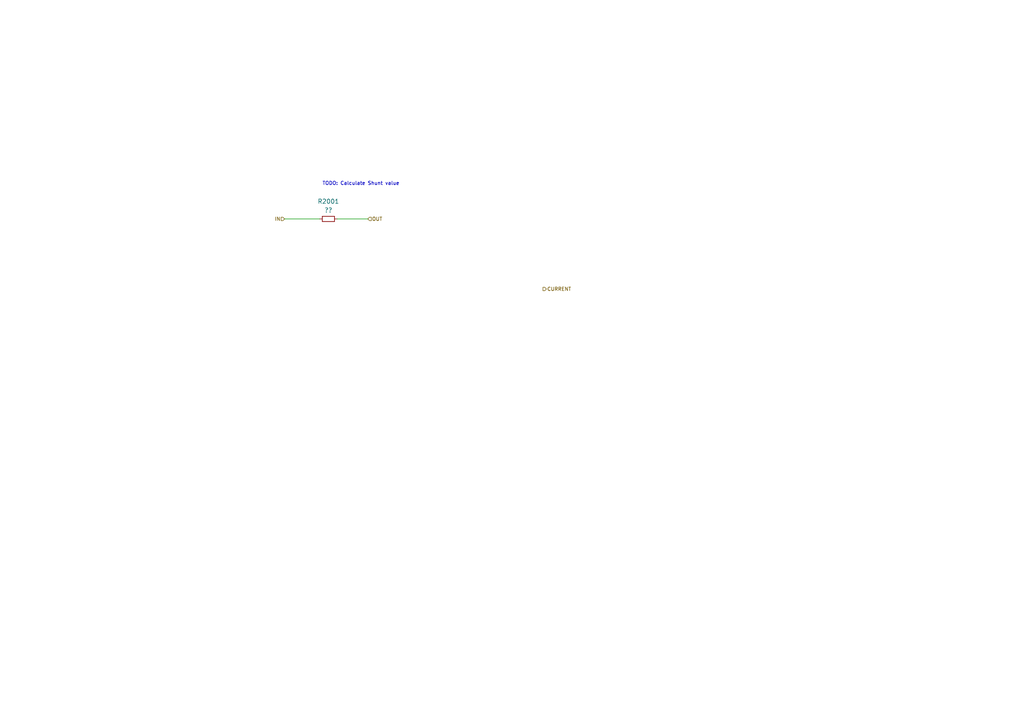
<source format=kicad_sch>
(kicad_sch (version 20250114) (generator "eeschema") (generator_version "9.0")
  (paper "A4")
  (lib_symbols
    (symbol "Device:R_Small" (pin_numbers (hide yes)) (pin_names (offset 0.254) (hide yes))
      (property "Reference" "R" (at 0.762 0.508 0))
      (property "Value" "R_Small" (at 0.762 -1.016 0))
      (symbol "R_Small_0_1"
        (rectangle (start -0.762 1.778) (end 0.762 -1.778) (stroke (width 0.2032)))
      )
      (symbol "R_Small_1_1"
        (pin passive line (at 0 2.54 270) (length 0.762) (name "~") (number "1"))
        (pin passive line (at 0 -2.54 90) (length 0.762) (name "~") (number "2"))
      )
    )
  )
  (text "TODO: Calculate Shunt value" (at 93.472 53.34 0) (effects (font (size 1.016 1.016)) (justify left)))
  (wire (pts (xy 82.55 63.5) (xy 92.71 63.5)))
  (wire (pts (xy 97.79 63.5) (xy 106.68 63.5)))
  (hierarchical_label "IN" (shape input) (at 82.55 63.5 180) (effects (font (size 1.016 1.016))))
  (hierarchical_label "CURRENT" (shape output) (at 157.48 83.82 0) (effects (font (size 1.016 1.016))))
  (hierarchical_label "OUT" (shape input) (at 106.68 63.5 0) (effects (font (size 1.016 1.016))))
  (symbol (lib_id "Device:R_Small") (at 95.25 63.5 90) (unit 1)
    (property "Reference" "R2001" (at 95.25 58.42 90))
    (property "Value" "??" (at 95.25 60.96 90))
    (property "Description" "Resistor, small symbol" (effects (hide yes)))
    (instances (project "" (path "" (reference "R2001") (unit 1)) (path "" (reference "R2101") (unit 1))))
  )
)
</source>
